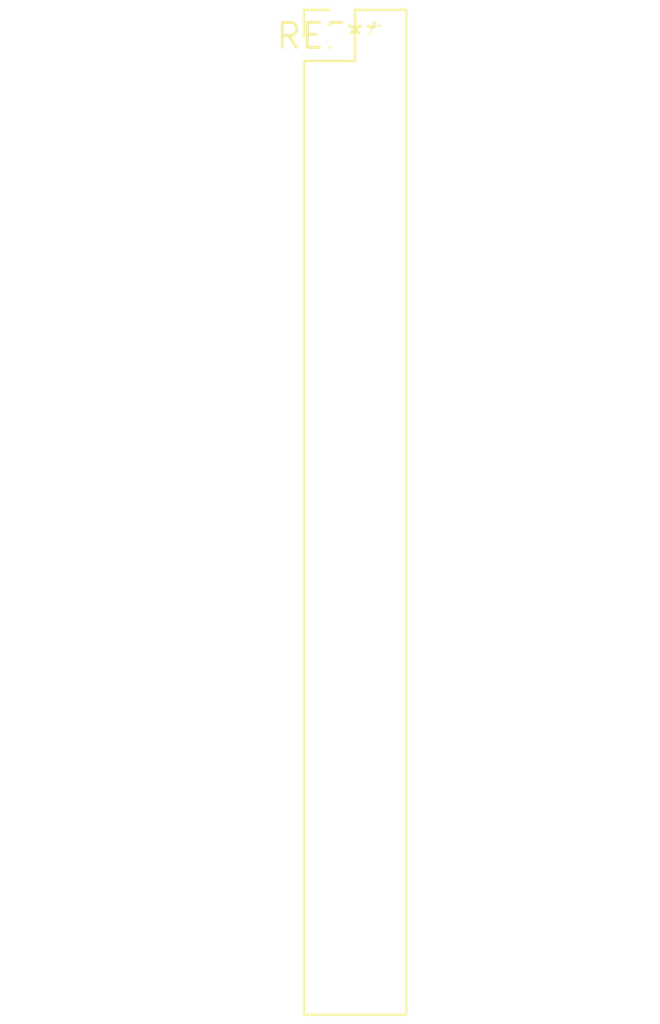
<source format=kicad_pcb>
(kicad_pcb (version 20240108) (generator pcbnew)
  (layers (0 "F.Cu" signal) (31 "B.Cu" signal) (34 "B.Paste" user) (35 "F.Paste" user) (36 "B.SilkS" user "B.Silkscreen") (37 "F.SilkS" user "F.Silkscreen") (38 "B.Mask" user) (39 "F.Mask" user) (44 "Edge.Cuts" user))
  (net 0 "")
  (footprint "PinHeader_2x20_P2.54mm_Vertical" (layer "F.Cu") (at 0 0)
    (property "Reference" "REF**")
    (property "Value" "PinHeader_2x20_P2.54mm_Vertical")
    (fp_line (start -1.33 -1.33) (end 0 -1.33) (layer "F.SilkS") (stroke (width 0.12)))
    (fp_line (start -1.33 0) (end -1.33 -1.33) (layer "F.SilkS") (stroke (width 0.12)))
    (fp_line (start -1.33 1.27) (end -1.33 49.59) (layer "F.SilkS") (stroke (width 0.12)))
    (fp_line (start -1.33 1.27) (end 1.27 1.27) (layer "F.SilkS") (stroke (width 0.12)))
    (fp_line (start -1.33 49.59) (end 3.87 49.59) (layer "F.SilkS") (stroke (width 0.12)))
    (fp_line (start 1.27 -1.33) (end 3.87 -1.33) (layer "F.SilkS") (stroke (width 0.12)))
    (fp_line (start 1.27 1.27) (end 1.27 -1.33) (layer "F.SilkS") (stroke (width 0.12)))
    (fp_line (start 3.87 -1.33) (end 3.87 49.59) (layer "F.SilkS") (stroke (width 0.12)))
    (pad "1" thru_hole rect (at 0 0) (size 1.7 1.7) (drill 1) (layers *.Cu *.Mask) (remove_unused_layers))
    (pad "2" thru_hole oval (at 2.54 0) (size 1.7 1.7) (drill 1) (layers *.Cu *.Mask) (remove_unused_layers))
    (pad "3" thru_hole oval (at 0 2.54) (size 1.7 1.7) (drill 1) (layers *.Cu *.Mask) (remove_unused_layers))
    (pad "4" thru_hole oval (at 2.54 2.54) (size 1.7 1.7) (drill 1) (layers *.Cu *.Mask) (remove_unused_layers))
    (pad "5" thru_hole oval (at 0 5.08) (size 1.7 1.7) (drill 1) (layers *.Cu *.Mask) (remove_unused_layers))
    (pad "6" thru_hole oval (at 2.54 5.08) (size 1.7 1.7) (drill 1) (layers *.Cu *.Mask) (remove_unused_layers))
    (pad "7" thru_hole oval (at 0 7.62) (size 1.7 1.7) (drill 1) (layers *.Cu *.Mask) (remove_unused_layers))
    (pad "8" thru_hole oval (at 2.54 7.62) (size 1.7 1.7) (drill 1) (layers *.Cu *.Mask) (remove_unused_layers))
    (pad "9" thru_hole oval (at 0 10.16) (size 1.7 1.7) (drill 1) (layers *.Cu *.Mask) (remove_unused_layers))
    (pad "10" thru_hole oval (at 2.54 10.16) (size 1.7 1.7) (drill 1) (layers *.Cu *.Mask) (remove_unused_layers))
    (pad "11" thru_hole oval (at 0 12.7) (size 1.7 1.7) (drill 1) (layers *.Cu *.Mask) (remove_unused_layers))
    (pad "12" thru_hole oval (at 2.54 12.7) (size 1.7 1.7) (drill 1) (layers *.Cu *.Mask) (remove_unused_layers))
    (pad "13" thru_hole oval (at 0 15.24) (size 1.7 1.7) (drill 1) (layers *.Cu *.Mask) (remove_unused_layers))
    (pad "14" thru_hole oval (at 2.54 15.24) (size 1.7 1.7) (drill 1) (layers *.Cu *.Mask) (remove_unused_layers))
    (pad "15" thru_hole oval (at 0 17.78) (size 1.7 1.7) (drill 1) (layers *.Cu *.Mask) (remove_unused_layers))
    (pad "16" thru_hole oval (at 2.54 17.78) (size 1.7 1.7) (drill 1) (layers *.Cu *.Mask) (remove_unused_layers))
    (pad "17" thru_hole oval (at 0 20.32) (size 1.7 1.7) (drill 1) (layers *.Cu *.Mask) (remove_unused_layers))
    (pad "18" thru_hole oval (at 2.54 20.32) (size 1.7 1.7) (drill 1) (layers *.Cu *.Mask) (remove_unused_layers))
    (pad "19" thru_hole oval (at 0 22.86) (size 1.7 1.7) (drill 1) (layers *.Cu *.Mask) (remove_unused_layers))
    (pad "20" thru_hole oval (at 2.54 22.86) (size 1.7 1.7) (drill 1) (layers *.Cu *.Mask) (remove_unused_layers))
    (pad "21" thru_hole oval (at 0 25.4) (size 1.7 1.7) (drill 1) (layers *.Cu *.Mask) (remove_unused_layers))
    (pad "22" thru_hole oval (at 2.54 25.4) (size 1.7 1.7) (drill 1) (layers *.Cu *.Mask) (remove_unused_layers))
    (pad "23" thru_hole oval (at 0 27.94) (size 1.7 1.7) (drill 1) (layers *.Cu *.Mask) (remove_unused_layers))
    (pad "24" thru_hole oval (at 2.54 27.94) (size 1.7 1.7) (drill 1) (layers *.Cu *.Mask) (remove_unused_layers))
    (pad "25" thru_hole oval (at 0 30.48) (size 1.7 1.7) (drill 1) (layers *.Cu *.Mask) (remove_unused_layers))
    (pad "26" thru_hole oval (at 2.54 30.48) (size 1.7 1.7) (drill 1) (layers *.Cu *.Mask) (remove_unused_layers))
    (pad "27" thru_hole oval (at 0 33.02) (size 1.7 1.7) (drill 1) (layers *.Cu *.Mask) (remove_unused_layers))
    (pad "28" thru_hole oval (at 2.54 33.02) (size 1.7 1.7) (drill 1) (layers *.Cu *.Mask) (remove_unused_layers))
    (pad "29" thru_hole oval (at 0 35.56) (size 1.7 1.7) (drill 1) (layers *.Cu *.Mask) (remove_unused_layers))
    (pad "30" thru_hole oval (at 2.54 35.56) (size 1.7 1.7) (drill 1) (layers *.Cu *.Mask) (remove_unused_layers))
    (pad "31" thru_hole oval (at 0 38.1) (size 1.7 1.7) (drill 1) (layers *.Cu *.Mask) (remove_unused_layers))
    (pad "32" thru_hole oval (at 2.54 38.1) (size 1.7 1.7) (drill 1) (layers *.Cu *.Mask) (remove_unused_layers))
    (pad "33" thru_hole oval (at 0 40.64) (size 1.7 1.7) (drill 1) (layers *.Cu *.Mask) (remove_unused_layers))
    (pad "34" thru_hole oval (at 2.54 40.64) (size 1.7 1.7) (drill 1) (layers *.Cu *.Mask) (remove_unused_layers))
    (pad "35" thru_hole oval (at 0 43.18) (size 1.7 1.7) (drill 1) (layers *.Cu *.Mask) (remove_unused_layers))
    (pad "36" thru_hole oval (at 2.54 43.18) (size 1.7 1.7) (drill 1) (layers *.Cu *.Mask) (remove_unused_layers))
    (pad "37" thru_hole oval (at 0 45.72) (size 1.7 1.7) (drill 1) (layers *.Cu *.Mask) (remove_unused_layers))
    (pad "38" thru_hole oval (at 2.54 45.72) (size 1.7 1.7) (drill 1) (layers *.Cu *.Mask) (remove_unused_layers))
    (pad "39" thru_hole oval (at 0 48.26) (size 1.7 1.7) (drill 1) (layers *.Cu *.Mask) (remove_unused_layers))
    (pad "40" thru_hole oval (at 2.54 48.26) (size 1.7 1.7) (drill 1) (layers *.Cu *.Mask) (remove_unused_layers))
  )
)
</source>
